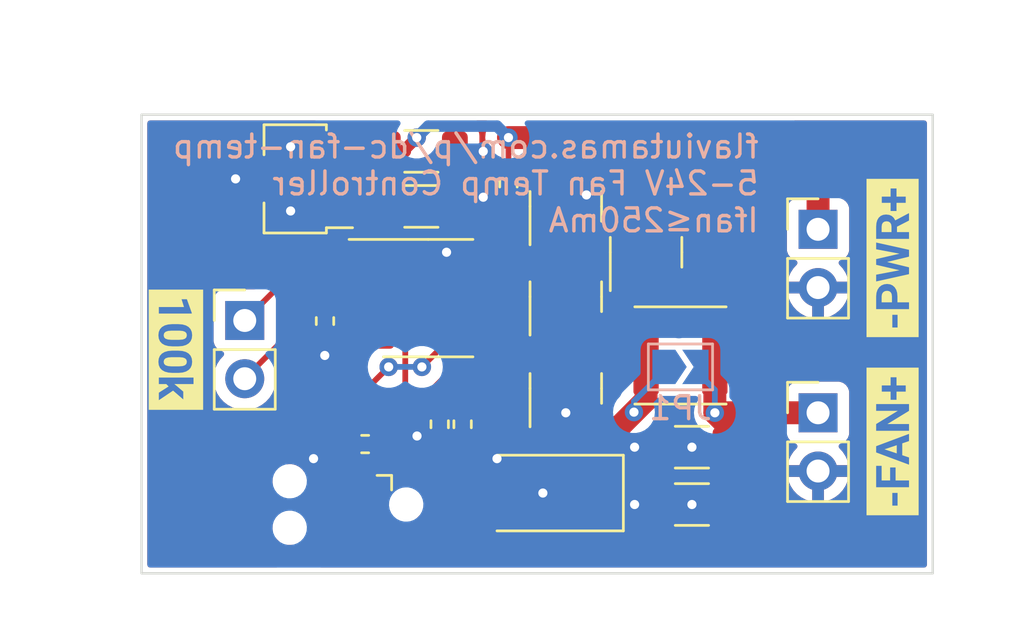
<source format=kicad_pcb>
(kicad_pcb (version 20221018) (generator pcbnew)
  (layers (0 "F.Cu" signal) (31 "B.Cu" signal) (34 "B.Paste" user) (35 "F.Paste" user) (36 "B.SilkS" user "B.Silkscreen") (37 "F.SilkS" user "F.Silkscreen") (38 "B.Mask" user) (39 "F.Mask" user) (44 "Edge.Cuts" user))
  (net 0 "")
  (net 1 "+5V")
  (net 2 "GND")
  (net 3 "VPP")
  (net 4 "/TEMP_SENSE")
  (net 5 "/SWDIO")
  (net 6 "/SWCLK")
  (net 7 "/SW")
  (net 8 "/~{RST}")
  (net 9 "Net-(D1-K)")
  (net 10 "/FAN_OUT")
  (net 11 "/FAN_SENSE")
  (net 12 "Net-(Q1-G)")
  (net 13 "Net-(Q2-B)")
  (footprint "Resistor_SMD:R_1206_3216Metric" (layer "F.Cu") (at 110.7 53.6)
    (fp_text reference "C1" hide)
    (fp_text value "10u")
    (fp_line (start -0.727064 -0.91) (end 0.727064 -0.91) (stroke (width 0.12)) (layer "F.SilkS"))
    (fp_line (start -0.727064 0.91) (end 0.727064 0.91) (stroke (width 0.12)) (layer "F.SilkS"))
    (pad "1" smd roundrect (at -1.4625 0) (size 1.125 1.75) (layers "F.Cu" "F.Paste" "F.Mask") (roundrect_rratio 0.222222) (net 3 "VPP"))
    (pad "2" smd roundrect (at 1.4625 0) (size 1.125 1.75) (layers "F.Cu" "F.Paste" "F.Mask") (roundrect_rratio 0.222222) (net 2 "GND"))
  )
  (footprint "Resistor_SMD:R_0402_1005Metric" (layer "F.Cu") (at 106.5 61 -90)
    (fp_text reference "R1" hide)
    (fp_text value "100k")
    (fp_line (start -0.153641 -0.38) (end 0.153641 -0.38) (stroke (width 0.12)) (layer "F.SilkS"))
    (fp_line (start -0.153641 0.38) (end 0.153641 0.38) (stroke (width 0.12)) (layer "F.SilkS"))
    (pad "1" smd roundrect (at -0.51 0 270) (size 0.54 0.64) (layers "F.Cu" "F.Paste" "F.Mask") (net 4 "/TEMP_SENSE"))
    (pad "2" smd roundrect (at 0.51 0 270) (size 0.54 0.64) (layers "F.Cu" "F.Paste" "F.Mask") (net 2 "GND"))
  )
  (footprint "Diode_SMD:D_SMA" (layer "F.Cu") (at 116 68.5 180)
    (fp_text reference "D1" hide)
    (fp_text value "SS14")
    (fp_line (start -3.51 -1.65) (end -3.51 1.65) (stroke (width 0.12)) (layer "F.SilkS"))
    (fp_line (start -3.51 -1.65) (end 2 -1.65) (stroke (width 0.12)) (layer "F.SilkS"))
    (fp_line (start -3.51 1.65) (end 2 1.65) (stroke (width 0.12)) (layer "F.SilkS"))
    (pad "1" smd roundrect (at -2 0 180) (size 2.5 1.8) (layers "F.Cu" "F.Paste" "F.Mask") (roundrect_rratio 0.1388888889) (net 9 "Net-(D1-K)"))
    (pad "2" smd roundrect (at 2 0 180) (size 2.5 1.8) (layers "F.Cu" "F.Paste" "F.Mask") (roundrect_rratio 0.1388888889) (net 2 "GND"))
  )
  (footprint "Resistor_SMD:R_1206_3216Metric" (layer "F.Cu") (at 110.7 56)
    (fp_text reference "C2" hide)
    (fp_text value "10u")
    (fp_line (start -0.727064 -0.91) (end 0.727064 -0.91) (stroke (width 0.12)) (layer "F.SilkS"))
    (fp_line (start -0.727064 0.91) (end 0.727064 0.91) (stroke (width 0.12)) (layer "F.SilkS"))
    (pad "1" smd roundrect (at -1.4625 0) (size 1.125 1.75) (layers "F.Cu" "F.Paste" "F.Mask") (roundrect_rratio 0.222222) (net 1 "+5V"))
    (pad "2" smd roundrect (at 1.4625 0) (size 1.125 1.75) (layers "F.Cu" "F.Paste" "F.Mask") (roundrect_rratio 0.222222) (net 2 "GND"))
  )
  (footprint "Package_TO_SOT_SMD:SOT-23" (layer "F.Cu") (at 117 56 90)
    (fp_text reference "Q4" hide)
    (fp_text value "MMBT5551")
    (fp_line (start 0 -1.56) (end -1.675 -1.56) (stroke (width 0.12)) (layer "F.SilkS"))
    (fp_line (start 0 -1.56) (end 0.65 -1.56) (stroke (width 0.12)) (layer "F.SilkS"))
    (fp_line (start 0 1.56) (end -0.65 1.56) (stroke (width 0.12)) (layer "F.SilkS"))
    (fp_line (start 0 1.56) (end 0.65 1.56) (stroke (width 0.12)) (layer "F.SilkS"))
    (pad "1" smd roundrect (at -0.9375 -0.95 90) (size 1.475 0.6) (layers "F.Cu" "F.Paste" "F.Mask") (net 7 "/SW"))
    (pad "2" smd roundrect (at -0.9375 0.95 90) (size 1.475 0.6) (layers "F.Cu" "F.Paste" "F.Mask") (net 2 "GND"))
    (pad "3" smd roundrect (at 0.9375 0 90) (size 1.475 0.6) (layers "F.Cu" "F.Paste" "F.Mask") (net 13 "Net-(Q2-B)"))
  )
  (footprint "Connector_PinHeader_2.54mm:PinHeader_1x02_P2.54mm_Vertical" (layer "F.Cu") (at 128 65)
    (fp_text reference "J3" hide)
    (fp_text value "FAN")
    (fp_line (start -1.33 -1.33) (end 0 -1.33) (stroke (width 0.12)) (layer "F.SilkS"))
    (fp_line (start -1.33 0) (end -1.33 -1.33) (stroke (width 0.12)) (layer "F.SilkS"))
    (fp_line (start -1.33 1.27) (end -1.33 3.87) (stroke (width 0.12)) (layer "F.SilkS"))
    (fp_line (start -1.33 1.27) (end 1.33 1.27) (stroke (width 0.12)) (layer "F.SilkS"))
    (fp_line (start -1.33 3.87) (end 1.33 3.87) (stroke (width 0.12)) (layer "F.SilkS"))
    (fp_line (start 1.33 1.27) (end 1.33 3.87) (stroke (width 0.12)) (layer "F.SilkS"))
    (pad "1" thru_hole rect (at 0 0) (size 1.7 1.7) (drill 1) (layers "*.Cu" "*.Mask") (net 10 "/FAN_OUT"))
    (pad "2" thru_hole oval (at 0 2.54) (size 1.7 1.7) (drill 1) (layers "*.Cu" "*.Mask") (net 2 "GND"))
  )
  (footprint "Connector_PinHeader_2.54mm:PinHeader_1x02_P2.54mm_Vertical" (layer "F.Cu") (at 128 57)
    (fp_text reference "J1" hide)
    (fp_text value "PWR")
    (fp_line (start -1.33 -1.33) (end 0 -1.33) (stroke (width 0.12)) (layer "F.SilkS"))
    (fp_line (start -1.33 0) (end -1.33 -1.33) (stroke (width 0.12)) (layer "F.SilkS"))
    (fp_line (start -1.33 1.27) (end -1.33 3.87) (stroke (width 0.12)) (layer "F.SilkS"))
    (fp_line (start -1.33 1.27) (end 1.33 1.27) (stroke (width 0.12)) (layer "F.SilkS"))
    (fp_line (start -1.33 3.87) (end 1.33 3.87) (stroke (width 0.12)) (layer "F.SilkS"))
    (fp_line (start 1.33 1.27) (end 1.33 3.87) (stroke (width 0.12)) (layer "F.SilkS"))
    (pad "1" thru_hole rect (at 0 0) (size 1.7 1.7) (drill 1) (layers "*.Cu" "*.Mask") (net 3 "VPP"))
    (pad "2" thru_hole oval (at 0 2.54) (size 1.7 1.7) (drill 1) (layers "*.Cu" "*.Mask") (net 2 "GND"))
  )
  (footprint "Inductor_SMD:L_Abracon_ASPI-4030S" (layer "F.Cu") (at 122 62.5)
    (fp_text reference "L1" hide)
    (fp_text value "47u")
    (fp_line (start -1.99 -2.12) (end 1.99 -2.12) (stroke (width 0.12)) (layer "F.SilkS"))
    (fp_line (start -1.99 2.12) (end 1.99 2.12) (stroke (width 0.12)) (layer "F.SilkS"))
    (pad "1" smd roundrect (at -1.5 0) (size 1.1 3.4) (layers "F.Cu" "F.Paste" "F.Mask") (roundrect_rratio 0.1) (net 9 "Net-(D1-K)"))
    (pad "2" smd roundrect (at 1.5 0) (size 1.1 3.4) (layers "F.Cu" "F.Paste" "F.Mask") (roundrect_rratio 0.1) (net 10 "/FAN_OUT"))
  )
  (footprint "Resistor_SMD:R_0402_1005Metric" (layer "F.Cu") (at 112.5 65.5 90)
    (fp_text reference "R3" hide)
    (fp_text value "100k")
    (fp_line (start -0.153641 -0.38) (end 0.153641 -0.38) (stroke (width 0.12)) (layer "F.SilkS"))
    (fp_line (start -0.153641 0.38) (end 0.153641 0.38) (stroke (width 0.12)) (layer "F.SilkS"))
    (pad "1" smd roundrect (at -0.51 0 90) (size 0.54 0.64) (layers "F.Cu" "F.Paste" "F.Mask") (net 10 "/FAN_OUT"))
    (pad "2" smd roundrect (at 0.51 0 90) (size 0.54 0.64) (layers "F.Cu" "F.Paste" "F.Mask") (net 11 "/FAN_SENSE"))
  )
  (footprint "Package_TO_SOT_SMD:SOT-23" (layer "F.Cu") (at 120.5 58 90)
    (fp_text reference "Q1" hide)
    (fp_text value "AO3401A")
    (fp_line (start 0 -1.56) (end -1.675 -1.56) (stroke (width 0.12)) (layer "F.SilkS"))
    (fp_line (start 0 -1.56) (end 0.65 -1.56) (stroke (width 0.12)) (layer "F.SilkS"))
    (fp_line (start 0 1.56) (end -0.65 1.56) (stroke (width 0.12)) (layer "F.SilkS"))
    (fp_line (start 0 1.56) (end 0.65 1.56) (stroke (width 0.12)) (layer "F.SilkS"))
    (pad "1" smd roundrect (at -0.9375 -0.95 90) (size 1.475 0.6) (layers "F.Cu" "F.Paste" "F.Mask") (net 12 "Net-(Q1-G)"))
    (pad "2" smd roundrect (at -0.9375 0.95 90) (size 1.475 0.6) (layers "F.Cu" "F.Paste" "F.Mask") (net 3 "VPP"))
    (pad "3" smd roundrect (at 0.9375 0 90) (size 1.475 0.6) (layers "F.Cu" "F.Paste" "F.Mask") (net 9 "Net-(D1-K)"))
  )
  (footprint "kibuzzard-63E17401" (layer "F.Cu") (at 100 62.25 -90)
    (fp_text reference "kibuzzard-2" hide)
    (fp_text value "G***" hide)
    (fp_poly (pts (xy -0.431183 -0.135852) (xy -0.443365 -0.289793) (xy -0.479913 -0.395251) (xy -0.542301 -0.456163) (xy -0.632008 -0.476467) (xy -0.719254 -0.457147) (xy -0.780166 -0.399189) (xy -0.816713 -0.30013) (xy -0.830864 -0.15751) (xy -0.830864 0.190981) (xy -0.818928 0.343691) (xy -0.783119 0.451364) (xy -0.720976 0.515229) (xy -0.630039 0.536518) (xy -0.540209 0.516091) (xy -0.47942 0.454809) (xy -0.444227 0.351444) (xy -0.431183 0.204763) (xy -0.431183 -0.135852)) (fill solid) (layer "F.SilkS"))
    (fp_poly (pts (xy 0.725529 -0.135852) (xy 0.713347 -0.289793) (xy 0.6768 -0.395251) (xy 0.614411 -0.456163) (xy 0.524704 -0.476467) (xy 0.437459 -0.457147) (xy 0.376547 -0.399189) (xy 0.34 -0.30013) (xy 0.325848 -0.15751) (xy 0.325848 0.190981) (xy 0.337785 0.343691) (xy 0.373593 0.451364) (xy 0.435736 0.515229) (xy 0.526673 0.536518) (xy 0.616503 0.516091) (xy 0.677292 0.454809) (xy 0.712486 0.351444) (xy 0.725529 0.204763) (xy 0.725529 -0.135852)) (fill solid) (layer "F.SilkS"))
    (fp_poly (pts (xy -2.201199 -1.185917) (xy -2.621225 -1.185917) (xy -2.621225 1.185917) (xy -2.201199 1.185917) (xy -1.577067 1.185917) (xy -1.577067 0.746203) (xy -1.861569 0.746203) (xy -1.861569 -0.350459) (xy -2.201199 -0.245125) (xy -2.201199 -0.476467) (xy -1.607584 -0.689105) (xy -1.577067 -0.689105) (xy -1.577067 0.746203) (xy -1.577067 1.185917) (xy -0.630039 1.185917) (xy -0.630039 0.765891) (xy -0.773985 0.748718) (xy -0.89343 0.697199) (xy -0.988374 0.611335) (xy -1.057612 0.493421) (xy -1.099943 0.345756) (xy -1.115366 0.168339) (xy -1.115366 -0.09549) (xy -1.101529 -0.27958) (xy -1.060019 -0.431511) (xy -0.990835 -0.551284) (xy -0.895618 -0.637696) (xy -0.776009 -0.689543) (xy -0.632008 -0.706825) (xy -0.488062 -0.689707) (xy -0.368617 -0.638352) (xy -0.273673 -0.552761) (xy -0.204435 -0.435121) (xy -0.162104 -0.287619) (xy -0.146681 -0.110257) (xy -0.146681 0.153572) (xy -0.160354 0.33624) (xy -0.201372 0.487843) (xy -0.269735 0.608381) (xy -0.36446 0.695887) (xy -0.484561 0.74839) (xy -0.630039 0.765891) (xy -0.630039 1.185917) (xy 0.526673 1.185917) (xy 0.526673 0.765891) (xy 0.382727 0.748718) (xy 0.263282 0.697199) (xy 0.168339 0.611335) (xy 0.0991 0.493421) (xy 0.056769 0.345756) (xy 0.041346 0.168339) (xy 0.041346 -0.09549) (xy 0.055183 -0.27958) (xy 0.096693 -0.431511) (xy 0.165877 -0.551284) (xy 0.261094 -0.637696) (xy 0.380703 -0.689543) (xy 0.524704 -0.706825) (xy 0.668651 -0.689707) (xy 0.788096 -0.638352) (xy 0.883039 -0.552761) (xy 0.952278 -0.435121) (xy 0.994609 -0.287619) (xy 1.010031 -0.110257) (xy 1.010031 0.153572) (xy 0.996359 0.33624) (xy 0.95534 0.487843) (xy 0.886977 0.608381) (xy 0.792252 0.695887) (xy 0.672151 0.74839) (xy 0.526673 0.765891) (xy 0.526673 1.185917) (xy 1.498312 1.185917) (xy 1.498312 0.746203) (xy 1.21381 0.746203) (xy 1.21381 -0.765891) (xy 1.498312 -0.765891) (xy 1.498312 0.071864) (xy 1.55344 0.000984) (xy 1.826129 -0.318957) (xy 2.167728 -0.318957) (xy 1.782814 0.125023) (xy 2.201199 0.746203) (xy 1.874366 0.746203) (xy 1.600693 0.318957) (xy 1.498312 0.421339) (xy 1.498312 0.746203) (xy 1.498312 1.185917) (xy 2.201199 1.185917) (xy 2.621225 1.185917) (xy 2.621225 -1.185917) (xy 2.201199 -1.185917) (xy -2.201199 -1.185917)) (fill solid) (layer "F.SilkS"))
  )
  (footprint "Resistor_SMD:R_1206_3216Metric" (layer "F.Cu") (at 122.5 66.5 180)
    (fp_text reference "C4" hide)
    (fp_text value "10u")
    (fp_line (start -0.727064 -0.91) (end 0.727064 -0.91) (stroke (width 0.12)) (layer "F.SilkS"))
    (fp_line (start -0.727064 0.91) (end 0.727064 0.91) (stroke (width 0.12)) (layer "F.SilkS"))
    (pad "1" smd roundrect (at -1.4625 0 180) (size 1.125 1.75) (layers "F.Cu" "F.Paste" "F.Mask") (roundrect_rratio 0.222222) (net 10 "/FAN_OUT"))
    (pad "2" smd roundrect (at 1.4625 0 180) (size 1.125 1.75) (layers "F.Cu" "F.Paste" "F.Mask") (roundrect_rratio 0.222222) (net 2 "GND"))
  )
  (footprint "Resistor_SMD:R_1206_3216Metric" (layer "F.Cu") (at 122.5 69 180)
    (fp_text reference "C3" hide)
    (fp_text value "10u")
    (fp_line (start -0.727064 -0.91) (end 0.727064 -0.91) (stroke (width 0.12)) (layer "F.SilkS"))
    (fp_line (start -0.727064 0.91) (end 0.727064 0.91) (stroke (width 0.12)) (layer "F.SilkS"))
    (pad "1" smd roundrect (at -1.4625 0 180) (size 1.125 1.75) (layers "F.Cu" "F.Paste" "F.Mask") (roundrect_rratio 0.222222) (net 10 "/FAN_OUT"))
    (pad "2" smd roundrect (at 1.4625 0 180) (size 1.125 1.75) (layers "F.Cu" "F.Paste" "F.Mask") (roundrect_rratio 0.222222) (net 2 "GND"))
  )
  (footprint "kibuzzard-63E173EF" (layer "F.Cu") (at 131.25 58.25 90)
    (fp_text reference "kibuzzard-1" hide)
    (fp_text value "G***" hide)
    (fp_poly (pts (xy -1.934417 -0.027564) (xy -1.670588 -0.027564) (xy -1.567345 -0.041346) (xy -1.491913 -0.082693) (xy -1.445767 -0.149634) (xy -1.430386 -0.240202) (xy -1.44589 -0.335447) (xy -1.492405 -0.41051) (xy -1.566238 -0.459732) (xy -1.663697 -0.477451) (xy -1.934417 -0.477451) (xy -1.934417 -0.027564)) (fill solid) (layer "F.SilkS"))
    (fp_poly (pts (xy 1.129148 -0.047253) (xy 1.367382 -0.047253) (xy 1.466071 -0.061404) (xy 1.539658 -0.103858) (xy 1.585434 -0.171169) (xy 1.600693 -0.259891) (xy 1.586296 -0.350459) (xy 1.543103 -0.41937) (xy 1.470132 -0.462931) (xy 1.366397 -0.477451) (xy 1.129148 -0.477451) (xy 1.129148 -0.047253)) (fill solid) (layer "F.SilkS"))
    (fp_poly (pts (xy -3.031079 -1.136695) (xy -3.451105 -1.136695) (xy -3.451105 1.136695) (xy -3.031079 1.136695) (xy -2.476841 1.136695) (xy -2.476841 0.21756) (xy -3.031079 0.21756) (xy -3.031079 -0.011813) (xy -2.476841 -0.011813) (xy -2.476841 0.21756) (xy -2.476841 1.136695) (xy -1.934417 1.136695) (xy -1.934417 0.716669) (xy -2.229748 0.716669) (xy -2.229748 -0.716669) (xy -1.670588 -0.716669) (xy -1.518862 -0.701903) (xy -1.386578 -0.657603) (xy -1.278167 -0.586109) (xy -1.198059 -0.489757) (xy -1.148591 -0.37347) (xy -1.132101 -0.242171) (xy -1.148126 -0.111624) (xy -1.196199 -0.000875) (xy -1.276321 0.090076) (xy -1.384773 0.157619) (xy -1.517836 0.198145) (xy -1.67551 0.211654) (xy -1.934417 0.211654) (xy -1.934417 0.716669) (xy -1.934417 1.136695) (xy 0.356366 1.136695) (xy 0.356366 0.716669) (xy 0.059066 0.716669) (xy -0.174245 -0.242171) (xy -0.407557 0.716669) (xy -0.704856 0.716669) (xy -1.022829 -0.716669) (xy -0.728483 -0.716669) (xy -0.534549 0.301237) (xy -0.298284 -0.716669) (xy -0.048237 -0.716669) (xy 0.187043 0.303206) (xy 0.379992 -0.716669) (xy 0.674339 -0.716669) (xy 0.356366 0.716669) (xy 0.356366 1.136695) (xy 1.129148 1.136695) (xy 1.129148 0.716669) (xy 0.833817 0.716669) (xy 0.833817 -0.716669) (xy 1.366397 -0.716669) (xy 1.522813 -0.704091) (xy 1.653415 -0.666354) (xy 1.758203 -0.603459) (xy 1.83477 -0.517595) (xy 1.88071 -0.410947) (xy 1.896024 -0.283518) (xy 1.88015 -0.149019) (xy 1.832528 -0.038885) (xy 1.752665 0.049099) (xy 1.64007 0.117148) (xy 1.950168 0.702887) (xy 1.950168 0.716669) (xy 1.633179 0.716669) (xy 1.364428 0.191965) (xy 1.129148 0.191965) (xy 1.129148 0.716669) (xy 1.129148 1.136695) (xy 2.675697 1.136695) (xy 2.675697 0.572942) (xy 2.404977 0.572942) (xy 2.404977 0.171292) (xy 2.048611 0.171292) (xy 2.048611 -0.085646) (xy 2.404977 -0.085646) (xy 2.404977 -0.47056) (xy 2.675697 -0.47056) (xy 2.675697 -0.085646) (xy 3.031079 -0.085646) (xy 3.031079 0.171292) (xy 2.675697 0.171292) (xy 2.675697 0.572942) (xy 2.675697 1.136695) (xy 3.031079 1.136695) (xy 3.451105 1.136695) (xy 3.451105 -1.136695) (xy 3.031079 -1.136695) (xy -3.031079 -1.136695)) (fill solid) (layer "F.SilkS"))
  )
  (footprint "Connector:Tag-Connect_TC2030-IDC-NL_2x03_P1.27mm_Vertical" (layer "F.Cu") (at 107.5 69 180)
    (fp_text reference "J4" hide)
    (fp_text value "Conn_ARM_SWD_TagConnect_TC2030-NL")
    (fp_line (start -1.905 1.27) (end -1.905 0.635) (stroke (width 0.12)) (layer "F.SilkS"))
    (fp_line (start -1.27 1.27) (end -1.905 1.27) (stroke (width 0.12)) (layer "F.SilkS"))
    (pad "" np_thru_hole circle (at -2.54 0 180) (size 0.9906 0.9906) (drill 0.9906) (layers "*.Cu" "*.Mask"))
    (pad "" np_thru_hole circle (at 2.54 -1.016 180) (size 0.9906 0.9906) (drill 0.9906) (layers "*.Cu" "*.Mask"))
    (pad "" np_thru_hole circle (at 2.54 1.016 180) (size 0.9906 0.9906) (drill 0.9906) (layers "*.Cu" "*.Mask"))
    (pad "1" connect circle (at -1.27 0.635 180) (size 0.7874 0.7874) (layers "F.Cu" "F.Mask") (net 1 "+5V"))
    (pad "2" connect circle (at -1.27 -0.635 180) (size 0.7874 0.7874) (layers "F.Cu" "F.Mask") (net 5 "/SWDIO"))
    (pad "3" connect circle (at 0 0.635 180) (size 0.7874 0.7874) (layers "F.Cu" "F.Mask") (net 8 "/~{RST}"))
    (pad "4" connect circle (at 0 -0.635 180) (size 0.7874 0.7874) (layers "F.Cu" "F.Mask") (net 6 "/SWCLK"))
    (pad "5" connect circle (at 1.27 0.635 180) (size 0.7874 0.7874) (layers "F.Cu" "F.Mask") (net 2 "GND"))
    (pad "6" connect circle (at 1.27 -0.635 180) (size 0.7874 0.7874) (layers "F.Cu" "F.Mask") (net 8 "/~{RST}"))
    (zone (net 0) (net_name "") (layer "F.Cu") (connect_pads (clearance 0)) (min_thickness 0.254)
      (keepout (tracks allowed) (vias not_allowed) (pads allowed) (copperpour not_allowed) (footprints not_allowed))
      (fill (thermal_gap 0.508) (thermal_bridge_width 0.508))
      (polygon (pts (xy 106.23 69.635) (xy 108.77 69.635) (xy 108.77 68.365) (xy 106.23 68.365)))
    )
  )
  (footprint "Resistor_SMD:R_0402_1005Metric" (layer "F.Cu") (at 108.25 66.365)
    (fp_text reference "R4" hide)
    (fp_text value "22k")
    (fp_line (start -0.153641 -0.38) (end 0.153641 -0.38) (stroke (width 0.12)) (layer "F.SilkS"))
    (fp_line (start -0.153641 0.38) (end 0.153641 0.38) (stroke (width 0.12)) (layer "F.SilkS"))
    (pad "1" smd roundrect (at -0.51 0) (size 0.54 0.64) (layers "F.Cu" "F.Paste" "F.Mask") (net 8 "/~{RST}"))
    (pad "2" smd roundrect (at 0.51 0) (size 0.54 0.64) (layers "F.Cu" "F.Paste" "F.Mask") (net 1 "+5V"))
  )
  (footprint "Package_TO_SOT_SMD:SOT-23" (layer "F.Cu") (at 117 59.9375 90)
    (fp_text reference "Q3" hide)
    (fp_text value "MMBT5551")
    (fp_line (start 0 -1.56) (end -1.675 -1.56) (stroke (width 0.12)) (layer "F.SilkS"))
    (fp_line (start 0 -1.56) (end 0.65 -1.56) (stroke (width 0.12)) (layer "F.SilkS"))
    (fp_line (start 0 1.56) (end -0.65 1.56) (stroke (width 0.12)) (layer "F.SilkS"))
    (fp_line (start 0 1.56) (end 0.65 1.56) (stroke (width 0.12)) (layer "F.SilkS"))
    (pad "1" smd roundrect (at -0.9375 -0.95 90) (size 1.475 0.6) (layers "F.Cu" "F.Paste" "F.Mask") (net 13 "Net-(Q2-B)"))
    (pad "2" smd roundrect (at -0.9375 0.95 90) (size 1.475 0.6) (layers "F.Cu" "F.Paste" "F.Mask") (net 12 "Net-(Q1-G)"))
    (pad "3" smd roundrect (at 0.9375 0 90) (size 1.475 0.6) (layers "F.Cu" "F.Paste" "F.Mask") (net 3 "VPP"))
  )
  (footprint "Package_TO_SOT_SMD:SOT-89-3" (layer "F.Cu") (at 105.5 54.8 180)
    (fp_text reference "U1" hide)
    (fp_text value "L78L05")
    (fp_line (start -2.2 -2.13) (end -1.06 -2.13) (stroke (width 0.12)) (layer "F.SilkS"))
    (fp_line (start -1.06 -2.36) (end -1.06 -2.13) (stroke (width 0.12)) (layer "F.SilkS"))
    (fp_line (start -1.06 -2.36) (end 1.66 -2.36) (stroke (width 0.12)) (layer "F.SilkS"))
    (fp_line (start -1.06 2.36) (end -1.06 2.13) (stroke (width 0.12)) (layer "F.SilkS"))
    (fp_line (start 1.66 -2.36) (end 1.66 -1.05) (stroke (width 0.12)) (layer "F.SilkS"))
    (fp_line (start 1.66 1.05) (end 1.66 2.36) (stroke (width 0.12)) (layer "F.SilkS"))
    (fp_line (start 1.66 2.36) (end -1.06 2.36) (stroke (width 0.12)) (layer "F.SilkS"))
    (pad "1" smd rect (at -1.65 -1.5 180) (size 1.3 0.9) (layers "F.Cu" "F.Paste" "F.Mask") (net 1 "+5V"))
    (pad "2" smd custom (at -1.5625 0 180) (size 1.475 0.9) (layers "F.Cu" "F.Paste" "F.Mask") (net 2 "GND") (options (clearance outline) (anchor rect)) (primitives (gr_poly (pts (xy 3.8625 0.8665) (xy 0.7375 0.8665) (xy 0.7375 -0.8665) (xy 3.8625 -0.8665)) (width 0) (fill yes))))
    (pad "3" smd rect (at -1.65 1.5 180) (size 1.3 0.9) (layers "F.Cu" "F.Paste" "F.Mask") (net 3 "VPP"))
  )
  (footprint "Package_TO_SOT_SMD:SOT-23" (layer "F.Cu") (at 117 63.9375 90)
    (fp_text reference "Q2" hide)
    (fp_text value "MMBT5401")
    (fp_line (start 0 -1.56) (end -1.675 -1.56) (stroke (width 0.12)) (layer "F.SilkS"))
    (fp_line (start 0 -1.56) (end 0.65 -1.56) (stroke (width 0.12)) (layer "F.SilkS"))
    (fp_line (start 0 1.56) (end -0.65 1.56) (stroke (width 0.12)) (layer "F.SilkS"))
    (fp_line (start 0 1.56) (end 0.65 1.56) (stroke (width 0.12)) (layer "F.SilkS"))
    (pad "1" smd roundrect (at -0.9375 -0.95 90) (size 1.475 0.6) (layers "F.Cu" "F.Paste" "F.Mask") (net 13 "Net-(Q2-B)"))
    (pad "2" smd roundrect (at -0.9375 0.95 90) (size 1.475 0.6) (layers "F.Cu" "F.Paste" "F.Mask") (net 2 "GND"))
    (pad "3" smd roundrect (at 0.9375 0 90) (size 1.475 0.6) (layers "F.Cu" "F.Paste" "F.Mask") (net 12 "Net-(Q1-G)"))
  )
  (footprint "Resistor_SMD:R_0402_1005Metric" (layer "F.Cu") (at 114.5 55 -90)
    (fp_text reference "R7" hide)
    (fp_text value "22k")
    (fp_line (start -0.153641 -0.38) (end 0.153641 -0.38) (stroke (width 0.12)) (layer "F.SilkS"))
    (fp_line (start -0.153641 0.38) (end 0.153641 0.38) (stroke (width 0.12)) (layer "F.SilkS"))
    (pad "1" smd roundrect (at -0.51 0 270) (size 0.54 0.64) (layers "F.Cu" "F.Paste" "F.Mask") (net 3 "VPP"))
    (pad "2" smd roundrect (at 0.51 0 270) (size 0.54 0.64) (layers "F.Cu" "F.Paste" "F.Mask") (net 13 "Net-(Q2-B)"))
  )
  (footprint "Resistor_SMD:R_0402_1005Metric" (layer "F.Cu") (at 111.5 65.5 -90)
    (fp_text reference "R2" hide)
    (fp_text value "22k")
    (fp_line (start -0.153641 -0.38) (end 0.153641 -0.38) (stroke (width 0.12)) (layer "F.SilkS"))
    (fp_line (start -0.153641 0.38) (end 0.153641 0.38) (stroke (width 0.12)) (layer "F.SilkS"))
    (pad "1" smd roundrect (at -0.51 0 270) (size 0.54 0.64) (layers "F.Cu" "F.Paste" "F.Mask") (net 11 "/FAN_SENSE"))
    (pad "2" smd roundrect (at 0.51 0 270) (size 0.54 0.64) (layers "F.Cu" "F.Paste" "F.Mask") (net 2 "GND"))
  )
  (footprint "kibuzzard-63E173E4" (layer "F.Cu") (at 131.25 66.25 90)
    (fp_text reference "kibuzzard-3" hide)
    (fp_text value "G***" hide)
    (fp_poly (pts (xy -0.521259 0.182121) (xy -0.162924 0.182121) (xy -0.343076 -0.354397) (xy -0.521259 0.182121)) (fill solid) (layer "F.SilkS"))
    (fp_poly (pts (xy -2.798259 -1.136695) (xy -3.218285 -1.136695) (xy -3.218285 1.136695) (xy -2.798259 1.136695) (xy -2.244022 1.136695) (xy -2.244022 0.21756) (xy -2.798259 0.21756) (xy -2.798259 -0.011813) (xy -2.244022 -0.011813) (xy -2.244022 0.21756) (xy -2.244022 1.136695) (xy -1.701598 1.136695) (xy -1.701598 0.716669) (xy -1.996928 0.716669) (xy -1.996928 -0.716669) (xy -1.063683 -0.716669) (xy -1.063683 -0.477451) (xy -1.701598 -0.477451) (xy -1.701598 -0.107304) (xy -1.134563 -0.107304) (xy -1.134563 0.13093) (xy -1.701598 0.13093) (xy -1.701598 0.716669) (xy -1.701598 1.136695) (xy -0.699442 1.136695) (xy -0.699442 0.716669) (xy -1.013477 0.716669) (xy -0.479913 -0.716669) (xy -0.206239 -0.716669) (xy 0.330278 0.716669) (xy 0.016243 0.716669) (xy -0.083185 0.421339) (xy -0.600998 0.421339) (xy -0.699442 0.716669) (xy -0.699442 1.136695) (xy 1.629734 1.136695) (xy 1.629734 0.716669) (xy 1.334403 0.716669) (xy 0.759492 -0.22642) (xy 0.759492 0.716669) (xy 0.464162 0.716669) (xy 0.464162 -0.716669) (xy 0.759492 -0.716669) (xy 1.335387 0.228389) (xy 1.335387 -0.716669) (xy 1.629734 -0.716669) (xy 1.629734 0.716669) (xy 1.629734 1.136695) (xy 2.442878 1.136695) (xy 2.442878 0.572942) (xy 2.172158 0.572942) (xy 2.172158 0.171292) (xy 1.815792 0.171292) (xy 1.815792 -0.085646) (xy 2.172158 -0.085646) (xy 2.172158 -0.47056) (xy 2.442878 -0.47056) (xy 2.442878 -0.085646) (xy 2.798259 -0.085646) (xy 2.798259 0.171292) (xy 2.442878 0.171292) (xy 2.442878 0.572942) (xy 2.442878 1.136695) (xy 2.798259 1.136695) (xy 3.218285 1.136695) (xy 3.218285 -1.136695) (xy 2.798259 -1.136695) (xy -2.798259 -1.136695)) (fill solid) (layer "F.SilkS"))
  )
  (footprint "Package_SO:SOIC-8_3.9x4.9mm_P1.27mm" (layer "F.Cu") (at 111 60)
    (fp_text reference "U2" hide)
    (fp_text value "PY32F002A")
    (fp_line (start 0 -2.56) (end -3.45 -2.56) (stroke (width 0.12)) (layer "F.SilkS"))
    (fp_line (start 0 -2.56) (end 1.95 -2.56) (stroke (width 0.12)) (layer "F.SilkS"))
    (fp_line (start 0 2.56) (end -1.95 2.56) (stroke (width 0.12)) (layer "F.SilkS"))
    (fp_line (start 0 2.56) (end 1.95 2.56) (stroke (width 0.12)) (layer "F.SilkS"))
    (pad "1" smd roundrect (at -2.475 -1.905) (size 1.95 0.6) (layers "F.Cu" "F.Paste" "F.Mask") (net 1 "+5V"))
    (pad "2" smd roundrect (at -2.475 -0.635) (size 1.95 0.6) (layers "F.Cu" "F.Paste" "F.Mask") (net 11 "/FAN_SENSE"))
    (pad "3" smd roundrect (at -2.475 0.635) (size 1.95 0.6) (layers "F.Cu" "F.Paste" "F.Mask") (net 4 "/TEMP_SENSE"))
    (pad "4" smd roundrect (at -2.475 1.905) (size 1.95 0.6) (layers "F.Cu" "F.Paste" "F.Mask") (net 6 "/SWCLK"))
    (pad "5" smd roundrect (at 2.475 1.905) (size 1.95 0.6) (layers "F.Cu" "F.Paste" "F.Mask") (net 5 "/SWDIO"))
    (pad "6" smd roundrect (at 2.475 0.635) (size 1.95 0.6) (layers "F.Cu" "F.Paste" "F.Mask") (net 8 "/~{RST}"))
    (pad "7" smd roundrect (at 2.475 -0.635) (size 1.95 0.6) (layers "F.Cu" "F.Paste" "F.Mask") (net 7 "/SW"))
    (pad "8" smd roundrect (at 2.475 -1.905) (size 1.95 0.6) (layers "F.Cu" "F.Paste" "F.Mask") (net 2 "GND"))
  )
  (footprint "Connector_PinHeader_2.54mm:PinHeader_1x02_P2.54mm_Vertical" (layer "F.Cu") (at 103 60.975)
    (fp_text reference "J2" hide)
    (fp_text value "PTC")
    (fp_line (start -1.33 -1.33) (end 0 -1.33) (stroke (width 0.12)) (layer "F.SilkS"))
    (fp_line (start -1.33 0) (end -1.33 -1.33) (stroke (width 0.12)) (layer "F.SilkS"))
    (fp_line (start -1.33 1.27) (end -1.33 3.87) (stroke (width 0.12)) (layer "F.SilkS"))
    (fp_line (start -1.33 1.27) (end 1.33 1.27) (stroke (width 0.12)) (layer "F.SilkS"))
    (fp_line (start -1.33 3.87) (end 1.33 3.87) (stroke (width 0.12)) (layer "F.SilkS"))
    (fp_line (start 1.33 1.27) (end 1.33 3.87) (stroke (width 0.12)) (layer "F.SilkS"))
    (pad "1" thru_hole rect (at 0 0) (size 1.7 1.7) (drill 1) (layers "*.Cu" "*.Mask") (net 1 "+5V"))
    (pad "2" thru_hole oval (at 0 2.54) (size 1.7 1.7) (drill 1) (layers "*.Cu" "*.Mask") (net 4 "/TEMP_SENSE"))
  )
  (footprint "Jumper:SolderJumper-2_P1.3mm_Open_TrianglePad1.0x1.5mm" (layer "B.Cu") (at 122 63)
    (fp_text reference "JP1" (at 0 1.8) (layer "B.SilkS") (effects (justify mirror)))
    (fp_text value "PWM_MODE")
    (fp_line (start -1.4 -1) (end -1.4 1) (stroke (width 0.12)) (layer "B.SilkS"))
    (fp_line (start -1.4 1) (end 1.4 1) (stroke (width 0.12)) (layer "B.SilkS"))
    (fp_line (start 1.4 -1) (end -1.4 -1) (stroke (width 0.12)) (layer "B.SilkS"))
    (fp_line (start 1.4 1) (end 1.4 -1) (stroke (width 0.12)) (layer "B.SilkS"))
    (pad "1" smd custom (at -0.725 0) (size 0.3 0.3) (layers "B.Cu" "B.Mask") (net 9 "Net-(D1-K)") (options (clearance outline) (anchor rect)) (primitives (gr_poly (pts (xy 1 0) (xy 0.5 -0.75) (xy -0.5 -0.75) (xy -0.5 0.75) (xy 0.5 0.75)) (width 0) (fill yes))))
    (pad "2" smd custom (at 0.725 0) (size 0.3 0.3) (layers "B.Cu" "B.Mask") (net 10 "/FAN_OUT") (options (clearance outline) (anchor rect)) (primitives (gr_poly (pts (xy 0.5 -0.75) (xy -0.65 -0.75) (xy -0.15 0) (xy -0.65 0.75) (xy 0.5 0.75)) (width 0) (fill yes))))
  )
  (gr_rect (start 98.5 52) (end 133 72) (stroke (width 0.1)) (fill none) (layer "Edge.Cuts"))
  (gr_text "flaviutamas.com/p/dc-fan-temp\n5-24V Fan Temp Controller\nIfan≤250mA\n" (at 125.5 55) (layer "B.SilkS") (effects (font (size 1 1)) (justify left mirror)))
  (segment (start 107.225 58.275) (end 107.225 59.5) (width 0.25) (layer "F.Cu") (net 1))
  (segment (start 108.76 66.365) (end 108.76 66.76) (width 0.25) (layer "F.Cu") (net 1))
  (segment (start 107.405 58.095) (end 107.225 58.275) (width 0.25) (layer "F.Cu") (net 1))
  (segment (start 107.15 56.3) (end 108.8 56.3) (width 0.5) (layer "F.Cu") (net 1))
  (segment (start 108.77 68.365) (end 108.77 66.77) (width 0.25) (layer "F.Cu") (net 1))
  (segment (start 108.525 58.095) (end 107.405 58.095) (width 0.25) (layer "F.Cu") (net 1))
  (segment (start 103 60.975) (end 104.475 59.5) (width 0.25) (layer "F.Cu") (net 1))
  (segment (start 109.546751 60.01) (end 110 60.463249) (width 0.25) (layer "F.Cu") (net 1))
  (segment (start 110 60.463249) (end 110 60.5) (width 0.25) (layer "F.Cu") (net 1))
  (segment (start 107.225 59.725) (end 107.51 60.01) (width 0.25) (layer "F.Cu") (net 1))
  (segment (start 107.15 56.3) (end 107.15 57.84) (width 0.5) (layer "F.Cu") (net 1))
  (segment (start 104.475 59.5) (end 107.225 59.5) (width 0.25) (layer "F.Cu") (net 1))
  (segment (start 110 60.5) (end 110 64.8059) (width 0.25) (layer "F.Cu") (net 1))
  (segment (start 108.8 56.3) (end 109.1 56) (width 0.5) (layer "F.Cu") (net 1))
  (segment (start 110 64.8059) (end 108.76 66.0459) (width 0.25) (layer "F.Cu") (net 1))
  (segment (start 107.51 60.01) (end 109.546751 60.01) (width 0.25) (layer "F.Cu") (net 1))
  (segment (start 108.76 66.365) (end 108.76 66.0459) (width 0.25) (layer "F.Cu") (net 1))
  (segment (start 107.225 59.5) (end 107.225 59.725) (width 0.25) (layer "F.Cu") (net 1))
  (segment (start 108.76 66.76) (end 108.77 66.77) (width 0.25) (layer "F.Cu") (net 1))
  (segment (start 107.15 57.84) (end 107.405 58.095) (width 0.5) (layer "F.Cu") (net 1))
  (segment (start 111.895 58.095) (end 111.8 58) (width 0.25) (layer "F.Cu") (net 2))
  (segment (start 121.0375 66.5) (end 120 66.5) (width 0.25) (layer "F.Cu") (net 2))
  (segment (start 106.23 68.365) (end 106.23 67.23) (width 0.25) (layer "F.Cu") (net 2))
  (segment (start 117.95 64.875) (end 117.125 64.875) (width 0.25) (layer "F.Cu") (net 2))
  (segment (start 113 56) (end 113.4 55.6) (width 0.25) (layer "F.Cu") (net 2))
  (segment (start 106.5 62.4896) (end 106.4896 62.5) (width 0.25) (layer "F.Cu") (net 2))
  (segment (start 111.5 66.01) (end 110.514598 66.01) (width 0.25) (layer "F.Cu") (net 2))
  (segment (start 112.1625 53.6) (end 113.4 53.6) (width 0.25) (layer "F.Cu") (net 2))
  (segment (start 112.1625 56) (end 113 56) (width 0.25) (layer "F.Cu") (net 2))
  (segment (start 114 68.5) (end 116 68.5) (width 0.25) (layer "F.Cu") (net 2))
  (segment (start 113.475 58.095) (end 111.895 58.095) (width 0.25) (layer "F.Cu") (net 2))
  (segment (start 117.125 64.875) (end 117 65) (width 0.25) (layer "F.Cu") (net 2))
  (segment (start 106.23 67.23) (end 106 67) (width 0.25) (layer "F.Cu") (net 2))
  (segment (start 110.514598 66.01) (end 110.512299 66.012299) (width 0.25) (layer "F.Cu") (net 2))
  (segment (start 114 68.5) (end 114 67) (width 0.25) (layer "F.Cu") (net 2))
  (segment (start 121.0375 66.5) (end 122.5 66.5) (width 0.25) (layer "F.Cu") (net 2))
  (segment (start 117.95 56.9375) (end 117.95 55.5495) (width 0.25) (layer "F.Cu") (net 2))
  (segment (start 121.0375 69) (end 120 69) (width 0.25) (layer "F.Cu") (net 2))
  (segment (start 106.5 61.51) (end 106.5 62.4896) (width 0.25) (layer "F.Cu") (net 2))
  (segment (start 117.95 55.5495) (end 117.9005 55.5) (width 0.25) (layer "F.Cu") (net 2))
  (segment (start 121.0375 69) (end 122.5 69) (width 0.25) (layer "F.Cu") (net 2))
  (segment (start 107.0625 54.8) (end 102.6 54.8) (width 0.25) (layer "F.Cu") (net 2))
  (via (at 120 69) (size 0.8) (drill 0.4) (layers "F.Cu" "B.Cu") (net 2))
  (via (at 117 65) (size 0.8) (drill 0.4) (layers "F.Cu" "B.Cu") (net 2))
  (via (at 106 67) (size 0.8) (drill 0.4) (layers "F.Cu" "B.Cu") (net 2))
  (via (at 106.4896 62.5) (size 0.8) (drill 0.4) (layers "F.Cu" "B.Cu") (net 2))
  (via (at 120 66.5) (size 0.8) (drill 0.4) (layers "F.Cu" "B.Cu") (net 2))
  (via (at 113.4 53.6) (size 0.8) (drill 0.4) (layers "F.Cu" "B.Cu") (net 2))
  (via (at 113.4 55.6) (size 0.8) (drill 0.4) (layers "F.Cu" "B.Cu") (net 2))
  (via (at 116 68.5) (size 0.8) (drill 0.4) (layers "F.Cu" "B.Cu") (net 2))
  (via (at 105 53.4) (size 0.8) (drill 0.4) (layers "F.Cu" "B.Cu") (net 2))
  (via (at 105 56.2) (size 0.8) (drill 0.4) (layers "F.Cu" "B.Cu") (net 2))
  (via (at 102.6 54.8) (size 0.8) (drill 0.4) (layers "F.Cu" "B.Cu") (net 2))
  (via (at 122.5 69) (size 0.8) (drill 0.4) (layers "F.Cu" "B.Cu") (net 2))
  (via (at 110.512299 66.012299) (size 0.8) (drill 0.4) (layers "F.Cu" "B.Cu") (net 2))
  (via (at 114 67) (size 0.8) (drill 0.4) (layers "F.Cu" "B.Cu") (net 2))
  (via (at 117.9005 55.5) (size 0.8) (drill 0.4) (layers "F.Cu" "B.Cu") (net 2))
  (via (at 111.8 58) (size 0.8) (drill 0.4) (layers "F.Cu" "B.Cu") (net 2))
  (via (at 122.5 66.5) (size 0.8) (drill 0.4) (layers "F.Cu" "B.Cu") (net 2))
  (segment (start 119 53) (end 121.5 53) (width 1) (layer "F.Cu") (net 3))
  (segment (start 121.45 58.9375) (end 121.45 56.05) (width 0.5) (layer "F.Cu") (net 3))
  (segment (start 121.45 56.05) (end 121.5 56) (width 0.5) (layer "F.Cu") (net 3))
  (segment (start 119 53) (end 119 55.5) (width 1) (layer "F.Cu") (net 3))
  (segment (start 121.5 53) (end 121.5 56) (width 1) (layer "F.Cu") (net 3))
  (segment (start 114.5 53) (end 119 53) (width 1) (layer "F.Cu") (net 3))
  (segment (start 109.2375 53.6) (end 110 53.6) (width 0.5) (layer "F.Cu") (net 3))
  (segment (start 126 53) (end 128 55) (width 1) (layer "F.Cu") (net 3))
  (segment (start 117.5 59) (end 117 59) (width 0.5) (layer "F.Cu") (net 3))
  (segment (start 119 55.5) (end 119 57.5) (width 0.5) (layer "F.Cu") (net 3))
  (segment (start 110 53.6) (end 110 53.5) (width 0.5) (layer "F.Cu") (net 3))
  (segment (start 110 53.5) (end 110.5 53) (width 0.5) (layer "F.Cu") (net 3))
  (segment (start 128 55) (end 128 57) (width 1) (layer "F.Cu") (net 3))
  (segment (start 107.15 53.3) (end 108.9 53.3) (width 0.5) (layer "F.Cu") (net 3))
  (segment (start 121.5 53) (end 126 53) (width 1) (layer "F.Cu") (net 3))
  (segment (start 119 57.5) (end 117.5 59) (width 0.5) (layer "F.Cu") (net 3))
  (segment (start 114.5 53) (end 114.5 54.5) (width 0.25) (layer "F.Cu") (net 3))
  (via (at 114.5 53) (size 0.8) (drill 0.4) (layers "F.Cu" "B.Cu") (net 3))
  (via (at 110.5 53) (size 0.8) (drill 0.4) (layers "F.Cu" "B.Cu") (net 3))
  (segment (start 111 52.5) (end 114 52.5) (width 0.5) (layer "B.Cu") (net 3))
  (segment (start 114 52.5) (end 114.5 53) (width 0.5) (layer "B.Cu") (net 3))
  (segment (start 110.5 53) (end 111 52.5) (width 0.5) (layer "B.Cu") (net 3))
  (segment (start 106.5 60.49) (end 106 60.49) (width 0.25) (layer "F.Cu") (net 4))
  (segment (start 106.5 60.49) (end 107.105 60.49) (width 0.25) (layer "F.Cu") (net 4))
  (segment (start 107.25 60.635) (end 108.525 60.635) (width 0.25) (layer "F.Cu") (net 4))
  (segment (start 106 60.49) (end 106 60.5) (width 0.25) (layer "F.Cu") (net 4))
  (segment (start 107.105 60.49) (end 107.25 60.635) (width 0.25) (layer "F.Cu") (net 4))
  (segment (start 106 60.5) (end 103 63.5) (width 0.25) (layer "F.Cu") (net 4))
  (segment (start 111 68) (end 109.5 66.5) (width 0.25) (layer "F.Cu") (net 5))
  (segment (start 109.163699 70.028699) (end 110.242091 70.028699) (width 0.25) (layer "F.Cu") (net 5))
  (segment (start 110.5 64.654804) (end 113.249805 61.905) (width 0.25) (layer "F.Cu") (net 5))
  (segment (start 111 69.27079) (end 111 68) (width 0.25) (layer "F.Cu") (net 5))
  (segment (start 109.5 66.5) (end 109.5 66) (width 0.25) (layer "F.Cu") (net 5))
  (segment (start 110.5 65) (end 110.5 64.654804) (width 0.25) (layer "F.Cu") (net 5))
  (segment (start 108.77 69.635) (end 109.163699 70.028699) (width 0.25) (layer "F.Cu") (net 5))
  (segment (start 109.5 66) (end 110.5 65) (width 0.25) (layer "F.Cu") (net 5))
  (segment (start 110.242091 70.028699) (end 111 69.27079) (width 0.25) (layer "F.Cu") (net 5))
  (segment (start 104.0897 70.37649) (end 104.59951 70.8863) (width 0.25) (layer "F.Cu") (net 6))
  (segment (start 104.59951 70.8863) (end 106.1137 70.8863) (width 0.25) (layer "F.Cu") (net 6))
  (segment (start 108.525 61.905) (end 104.0897 66.3403) (width 0.25) (layer "F.Cu") (net 6))
  (segment (start 104.0897 66.3403) (end 104.0897 70.37649) (width 0.25) (layer "F.Cu") (net 6))
  (segment (start 106.1137 70.8863) (end 107.5 69.5) (width 0.25) (layer "F.Cu") (net 6))
  (segment (start 114.135 59.365) (end 116 57.5) (width 0.25) (layer "F.Cu") (net 7))
  (segment (start 113.0895 60.635) (end 110.7245 63) (width 0.25) (layer "F.Cu") (net 8))
  (segment (start 107.74 66.365) (end 107.74 68.26) (width 0.25) (layer "F.Cu") (net 8))
  (segment (start 107.74 66.365) (end 107.74 64.5355) (width 0.25) (layer "F.Cu") (net 8))
  (segment (start 106.23 69.635) (end 107.5 68.365) (width 0.25) (layer "F.Cu") (net 8))
  (segment (start 107.74 64.5355) (end 109.2755 63) (width 0.25) (layer "F.Cu") (net 8))
  (via (at 109.2755 63) (size 0.8) (drill 0.4) (layers "F.Cu" "B.Cu") (net 8))
  (via (at 110.7245 63) (size 0.8) (drill 0.4) (layers "F.Cu" "B.Cu") (net 8))
  (segment (start 110.7245 63) (end 109.2755 63) (width 0.25) (layer "B.Cu") (net 8))
  (segment (start 120.5 57.0625) (end 120.5 62.5) (width 0.5) (layer "F.Cu") (net 9))
  (segment (start 120.5 64.444365) (end 120.5 62.5) (width 1) (layer "F.Cu") (net 9))
  (segment (start 118 68.5) (end 118 66.944365) (width 1) (layer "F.Cu") (net 9))
  (segment (start 118 66.944365) (end 120.5 64.444365) (width 1) (layer "F.Cu") (net 9))
  (via (at 119.972182 64.972182) (size 0.8) (drill 0.4) (layers "F.Cu" "B.Cu") (net 9))
  (segment (start 121.275 63) (end 121.275 63.197182) (width 0.25) (layer "B.Cu") (net 9))
  (segment (start 121.275 63.197182) (end 119.972182 64.5) (width 0.25) (layer "B.Cu") (net 9))
  (segment (start 119.972182 64.972182) (end 119.972182 64.5) (width 0.25) (layer "B.Cu") (net 9))
  (segment (start 123.5 62.5) (end 123.5 65) (width 1) (layer "F.Cu") (net 10))
  (segment (start 123.5 65) (end 124 65.5) (width 1) (layer "F.Cu") (net 10))
  (segment (start 124 65.5) (end 124 69) (width 0.5) (layer "F.Cu") (net 10))
  (segment (start 112.5 66.5) (end 111.5 67.5) (width 0.25) (layer "F.Cu") (net 10))
  (segment (start 122.7625 70.2) (end 113.2 70.2) (width 0.25) (layer "F.Cu") (net 10))
  (segment (start 113.2 70.2) (end 111.5 68.5) (width 0.25) (layer "F.Cu") (net 10))
  (segment (start 123.5 65) (end 127.5 65) (width 1) (layer "F.Cu") (net 10))
  (segment (start 123.9625 69) (end 122.7625 70.2) (width 0.25) (layer "F.Cu") (net 10))
  (segment (start 112.5 66.01) (end 112.5 66.5) (width 0.25) (layer "F.Cu") (net 10))
  (segment (start 111.5 67.5) (end 111.5 68.5) (width 0.25) (layer "F.Cu") (net 10))
  (via (at 123.5 65) (size 0.8) (drill 0.4) (layers "F.Cu" "B.Cu") (net 10))
  (segment (start 122.725 63) (end 122.725 63.225) (width 0.25) (layer "B.Cu") (net 10))
  (segment (start 123.5 64) (end 123.5 65) (width 0.25) (layer "B.Cu") (net 10))
  (segment (start 122.725 63.225) (end 123.5 64) (width 0.25) (layer "B.Cu") (net 10))
  (segment (start 114.775 62.699695) (end 112.5 64.974695) (width 0.25) (layer "F.Cu") (net 11))
  (segment (start 112.463249 60) (end 114.486751 60) (width 0.25) (layer "F.Cu") (net 11))
  (segment (start 114.486751 60) (end 114.775 60.288249) (width 0.25) (layer "F.Cu") (net 11))
  (segment (start 111.828249 59.365) (end 112.463249 60) (width 0.25) (layer "F.Cu") (net 11))
  (segment (start 111.5 64.99) (end 112.49 64.99) (width 0.25) (layer "F.Cu") (net 11))
  (segment (start 108.525 59.365) (end 111.828249 59.365) (width 0.25) (layer "F.Cu") (net 11))
  (segment (start 114.775 60.288249) (end 114.775 62.699695) (width 0.25) (layer "F.Cu") (net 11))
  (segment (start 117.95 60.05) (end 119 59) (width 0.5) (layer "F.Cu") (net 12))
  (segment (start 119 59) (end 119.5 59) (width 0.5) (layer "F.Cu") (net 12))
  (segment (start 117.95 60.875) (end 117.95 62.05) (width 0.5) (layer "F.Cu") (net 12))
  (segment (start 117.95 60.875) (end 117.95 60.05) (width 0.5) (layer "F.Cu") (net 12))
  (segment (start 117.95 62.05) (end 117 63) (width 0.5) (layer "F.Cu") (net 12))
  (segment (start 115.4375 55.0625) (end 115 55.5) (width 0.25) (layer "F.Cu") (net 13))
  (segment (start 116.05 64.875) (end 116.05 58.540749) (width 0.25) (layer "F.Cu") (net 13))
  (segment (start 115 55.5) (end 114.5 55.5) (width 0.25) (layer "F.Cu") (net 13))
  (segment (start 117 57.590749) (end 117 55) (width 0.25) (layer "F.Cu") (net 13))
  (segment (start 117 55.0625) (end 115.4375 55.0625) (width 0.25) (layer "F.Cu") (net 13))
  (segment (start 116.05 58.540749) (end 117 57.590749) (width 0.25) (layer "F.Cu") (net 13))
  (zone (net 0) (net_name "") (layer "F.Cu") (connect_pads (clearance 0)) (min_thickness 0.25)
    (keepout (tracks allowed) (vias allowed) (pads allowed) (copperpour not_allowed) (footprints allowed))
    (fill (thermal_gap 0.5) (thermal_bridge_width 0.5))
    (polygon (pts (xy 121.5 60.5) (xy 121.5 64.5) (xy 122.5 64.5) (xy 122.5 60.5)))
  )
  (zone (net 2) (net_name "GND") (layers "F&B.Cu") (connect_pads (clearance 0.508)) (min_thickness 0.254) (fill yes (thermal_gap 0.508) (thermal_bridge_width 0.508))
    (polygon (pts (xy 137 75) (xy 95 75) (xy 95 47) (xy 137 47)))
  )
)
</source>
